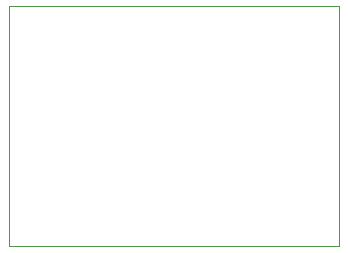
<source format=gbr>
%TF.GenerationSoftware,KiCad,Pcbnew,7.0.7-7.0.7~ubuntu22.04.1*%
%TF.CreationDate,2024-11-14T09:30:22+02:00*%
%TF.ProjectId,EncoderInterface,456e636f-6465-4724-996e-746572666163,rev?*%
%TF.SameCoordinates,PX7e46bbcPY55e586c*%
%TF.FileFunction,Profile,NP*%
%FSLAX46Y46*%
G04 Gerber Fmt 4.6, Leading zero omitted, Abs format (unit mm)*
G04 Created by KiCad (PCBNEW 7.0.7-7.0.7~ubuntu22.04.1) date 2024-11-14 09:30:22*
%MOMM*%
%LPD*%
G01*
G04 APERTURE LIST*
%TA.AperFunction,Profile*%
%ADD10C,0.100000*%
%TD*%
G04 APERTURE END LIST*
D10*
X0Y20320000D02*
X27940000Y20320000D01*
X27940000Y0D01*
X0Y0D01*
X0Y20320000D01*
M02*

</source>
